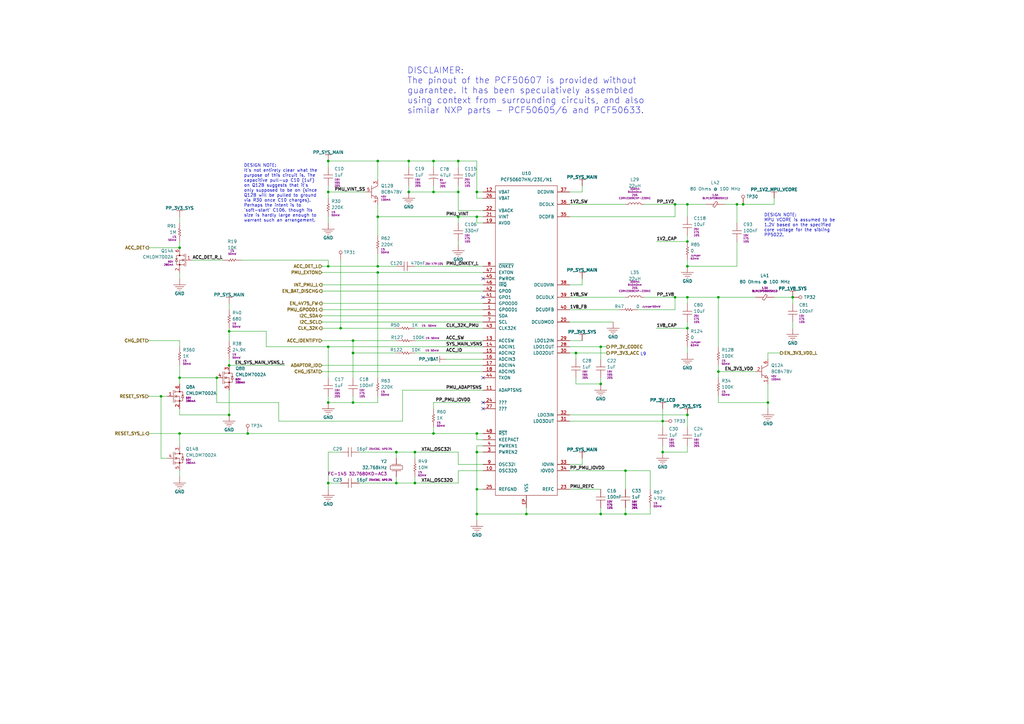
<source format=kicad_sch>
(kicad_sch (version 20231120) (generator "eeschema") (generator_version "8.0")
  (paper "A3")
  (title_block (title "iPod Video Main Board") (date "2025-04-19") (rev "A") (comment 1 "820-1975") (comment 2 "A"))
  (junction (at 101.6 177.8))
  (junction (at 170.18 185.42))
  (junction (at 314.96 165.1))
  (junction (at 246.38 157.48))
  (junction (at 187.96 66.04))
  (junction (at 187.96 78.74))
  (junction (at 134.62 66.04))
  (junction (at 167.64 78.74))
  (junction (at 281.94 99.06))
  (junction (at 195.58 200.66))
  (junction (at 246.38 142.24))
  (junction (at 139.7 134.62))
  (junction (at 170.18 198.12))
  (junction (at 281.94 134.62))
  (junction (at 256.54 193.04))
  (junction (at 281.94 109.22))
  (junction (at 195.58 185.42))
  (junction (at 177.8 66.04))
  (junction (at 187.96 88.9))
  (junction (at 134.62 78.74))
  (junction (at 93.98 170.18))
  (junction (at 246.38 210.82))
  (junction (at 302.26 83.82))
  (junction (at 281.94 121.92))
  (junction (at 93.98 149.86))
  (junction (at 73.66 101.6))
  (junction (at 88.9 154.94))
  (junction (at 294.64 121.92))
  (junction (at 304.8 83.82))
  (junction (at 195.58 210.82))
  (junction (at 256.54 210.82))
  (junction (at 236.22 144.78))
  (junction (at 154.94 66.04))
  (junction (at 134.62 198.12))
  (junction (at 281.94 83.82))
  (junction (at 281.94 170.18))
  (junction (at 93.98 135.89))
  (junction (at 177.8 177.8))
  (junction (at 294.64 152.4))
  (junction (at 215.9 210.82))
  (junction (at 73.66 177.8))
  (junction (at 144.78 144.78))
  (junction (at 276.86 83.82))
  (junction (at 73.66 154.94))
  (junction (at 167.64 66.04))
  (junction (at 144.78 139.7))
  (junction (at 154.94 111.76))
  (junction (at 134.62 109.22))
  (junction (at 162.56 185.42))
  (junction (at 154.94 109.22))
  (junction (at 144.78 165.1))
  (junction (at 66.04 162.56))
  (junction (at 177.8 78.74))
  (junction (at 134.62 142.24))
  (junction (at 154.94 88.9))
  (junction (at 134.62 165.1))
  (junction (at 162.56 198.12))
  (junction (at 195.58 88.9))
  (junction (at 271.78 185.42))
  (junction (at 276.86 121.92))
  (junction (at 325.12 121.92))
  (junction (at 271.78 172.72))
  (junction (at 195.58 78.74))
  (junction (at 195.58 177.8))
  (no_connect (at 198.12 121.92))
  (no_connect (at 198.12 167.64))
  (no_connect (at 198.12 114.3))
  (no_connect (at 198.12 165.1))
  (no_connect (at 198.12 154.94))
  (wire (pts (xy 66.04 162.56) (xy 66.04 187.96)))
  (wire (pts (xy 269.24 99.06) (xy 281.94 99.06)))
  (wire (pts (xy 276.86 127) (xy 276.86 121.92)))
  (wire (pts (xy 93.98 127) (xy 93.98 124.46)))
  (wire (pts (xy 195.58 91.44) (xy 198.12 91.44)))
  (wire (pts (xy 195.58 88.9) (xy 195.58 91.44)))
  (wire (pts (xy 154.94 73.66) (xy 154.94 66.04)))
  (wire (pts (xy 73.66 177.8) (xy 73.66 182.88)))
  (wire (pts (xy 215.9 210.82) (xy 215.9 208.28)))
  (wire (pts (xy 60.96 177.8) (xy 73.66 177.8)))
  (wire (pts (xy 233.68 170.18) (xy 281.94 170.18)))
  (wire (pts (xy 134.62 165.1) (xy 144.78 165.1)))
  (wire (pts (xy 66.04 187.96) (xy 68.58 187.96)))
  (wire (pts (xy 238.76 78.74) (xy 233.68 78.74)))
  (wire (pts (xy 91.44 106.68) (xy 78.74 106.68)))
  (wire (pts (xy 281.94 132.08) (xy 281.94 134.62)))
  (wire (pts (xy 325.12 132.08) (xy 325.12 134.62)))
  (wire (pts (xy 162.56 139.7) (xy 144.78 139.7)))
  (wire (pts (xy 195.58 200.66) (xy 198.12 200.66)))
  (wire (pts (xy 314.96 144.78) (xy 320.04 144.78)))
  (wire (pts (xy 294.64 121.92) (xy 309.88 121.92)))
  (wire (pts (xy 233.68 172.72) (xy 271.78 172.72)))
  (wire (pts (xy 88.9 154.94) (xy 88.9 165.1)))
  (wire (pts (xy 281.94 83.82) (xy 289.56 83.82)))
  (wire (pts (xy 139.7 134.62) (xy 162.56 134.62)))
  (wire (pts (xy 167.64 68.58) (xy 167.64 66.04)))
  (wire (pts (xy 238.76 190.5) (xy 233.68 190.5)))
  (wire (pts (xy 236.22 144.78) (xy 248.92 144.78)))
  (wire (pts (xy 177.8 76.2) (xy 177.8 78.74)))
  (wire (pts (xy 281.94 106.68) (xy 281.94 109.22)))
  (wire (pts (xy 170.18 185.42) (xy 170.18 187.96)))
  (wire (pts (xy 271.78 172.72) (xy 271.78 175.26)))
  (wire (pts (xy 238.76 76.2) (xy 238.76 78.74)))
  (wire (pts (xy 154.94 111.76) (xy 198.12 111.76)))
  (wire (pts (xy 233.68 142.24) (xy 246.38 142.24)))
  (wire (pts (xy 170.18 109.22) (xy 198.12 109.22)))
  (wire (pts (xy 154.94 88.9) (xy 154.94 96.52)))
  (wire (pts (xy 154.94 66.04) (xy 167.64 66.04)))
  (wire (pts (xy 187.96 190.5) (xy 187.96 185.42)))
  (wire (pts (xy 195.58 81.28) (xy 198.12 81.28)))
  (wire (pts (xy 73.66 101.6) (xy 60.96 101.6)))
  (wire (pts (xy 147.32 198.12) (xy 162.56 198.12)))
  (wire (pts (xy 187.96 193.04) (xy 187.96 198.12)))
  (wire (pts (xy 144.78 139.7) (xy 144.78 144.78)))
  (wire (pts (xy 238.76 139.7) (xy 233.68 139.7)))
  (wire (pts (xy 73.66 193.04) (xy 73.66 195.58)))
  (wire (pts (xy 187.96 88.9) (xy 195.58 88.9)))
  (wire (pts (xy 162.56 195.58) (xy 162.56 198.12)))
  (wire (pts (xy 177.8 66.04) (xy 187.96 66.04)))
  (wire (pts (xy 325.12 121.92) (xy 325.12 124.46)))
  (wire (pts (xy 134.62 198.12) (xy 134.62 200.66)))
  (wire (pts (xy 73.66 111.76) (xy 73.66 114.3)))
  (wire (pts (xy 170.18 195.58) (xy 170.18 198.12)))
  (wire (pts (xy 162.56 185.42) (xy 162.56 187.96)))
  (wire (pts (xy 187.96 198.12) (xy 170.18 198.12)))
  (wire (pts (xy 246.38 210.82) (xy 256.54 210.82)))
  (wire (pts (xy 73.66 154.94) (xy 88.9 154.94)))
  (wire (pts (xy 154.94 88.9) (xy 187.96 88.9)))
  (wire (pts (xy 281.94 142.24) (xy 281.94 144.78)))
  (wire (pts (xy 132.08 129.54) (xy 198.12 129.54)))
  (wire (pts (xy 195.58 213.36) (xy 195.58 210.82)))
  (wire (pts (xy 195.58 185.42) (xy 195.58 200.66)))
  (wire (pts (xy 281.94 121.92) (xy 281.94 124.46)))
  (wire (pts (xy 73.66 99.06) (xy 73.66 101.6)))
  (wire (pts (xy 73.66 154.94) (xy 73.66 157.48)))
  (wire (pts (xy 195.58 185.42) (xy 198.12 185.42)))
  (wire (pts (xy 162.56 185.42) (xy 170.18 185.42)))
  (wire (pts (xy 294.64 152.4) (xy 294.64 154.94)))
  (wire (pts (xy 177.8 66.04) (xy 177.8 68.58)))
  (wire (pts (xy 93.98 135.89) (xy 93.98 139.7)))
  (wire (pts (xy 266.7 208.28) (xy 266.7 210.82)))
  (wire (pts (xy 162.56 198.12) (xy 170.18 198.12)))
  (wire (pts (xy 233.68 144.78) (xy 236.22 144.78)))
  (wire (pts (xy 195.58 177.8) (xy 195.58 180.34)))
  (wire (pts (xy 198.12 180.34) (xy 195.58 180.34)))
  (wire (pts (xy 132.08 111.76) (xy 154.94 111.76)))
  (wire (pts (xy 144.78 162.56) (xy 144.78 165.1)))
  (wire (pts (xy 281.94 182.88) (xy 281.94 185.42)))
  (wire (pts (xy 139.7 185.42) (xy 134.62 185.42)))
  (wire (pts (xy 132.08 116.84) (xy 198.12 116.84)))
  (wire (pts (xy 281.94 121.92) (xy 294.64 121.92)))
  (wire (pts (xy 144.78 165.1) (xy 154.94 165.1)))
  (wire (pts (xy 294.64 165.1) (xy 294.64 162.56)))
  (wire (pts (xy 294.64 149.86) (xy 294.64 152.4)))
  (wire (pts (xy 187.96 86.36) (xy 198.12 86.36)))
  (wire (pts (xy 266.7 200.66) (xy 266.7 193.04)))
  (wire (pts (xy 187.96 193.04) (xy 198.12 193.04)))
  (wire (pts (xy 236.22 154.94) (xy 236.22 157.48)))
  (wire (pts (xy 134.62 76.2) (xy 134.62 78.74)))
  (wire (pts (xy 187.96 76.2) (xy 187.96 78.74)))
  (wire (pts (xy 60.96 139.7) (xy 73.66 139.7)))
  (wire (pts (xy 195.58 210.82) (xy 215.9 210.82)))
  (wire (pts (xy 165.1 160.02) (xy 165.1 172.72)))
  (wire (pts (xy 132.08 134.62) (xy 139.7 134.62)))
  (wire (pts (xy 114.3 165.1) (xy 114.3 172.72)))
  (wire (pts (xy 154.94 109.22) (xy 162.56 109.22)))
  (wire (pts (xy 132.08 119.38) (xy 198.12 119.38)))
  (wire (pts (xy 314.96 157.48) (xy 314.96 165.1)))
  (wire (pts (xy 276.86 83.82) (xy 276.86 88.9)))
  (wire (pts (xy 314.96 144.78) (xy 314.96 147.32)))
  (wire (pts (xy 109.22 142.24) (xy 134.62 142.24)))
  (wire (pts (xy 73.66 177.8) (xy 101.6 177.8)))
  (wire (pts (xy 170.18 144.78) (xy 198.12 144.78)))
  (wire (pts (xy 132.08 132.08) (xy 198.12 132.08)))
  (wire (pts (xy 88.9 165.1) (xy 114.3 165.1)))
  (wire (pts (xy 154.94 83.82) (xy 154.94 88.9)))
  (wire (pts (xy 281.94 96.52) (xy 281.94 99.06)))
  (wire (pts (xy 302.26 83.82) (xy 304.8 83.82)))
  (wire (pts (xy 134.62 88.9) (xy 134.62 91.44)))
  (wire (pts (xy 99.06 106.68) (xy 134.62 106.68)))
  (wire (pts (xy 134.62 165.1) (xy 134.62 162.56)))
  (wire (pts (xy 266.7 193.04) (xy 256.54 193.04)))
  (wire (pts (xy 294.64 142.24) (xy 294.64 121.92)))
  (wire (pts (xy 233.68 127) (xy 254 127)))
  (wire (pts (xy 302.26 99.06) (xy 302.26 109.22)))
  (wire (pts (xy 132.08 124.46) (xy 198.12 124.46)))
  (wire (pts (xy 167.64 76.2) (xy 167.64 78.74)))
  (wire (pts (xy 132.08 109.22) (xy 134.62 109.22)))
  (wire (pts (xy 73.66 149.86) (xy 73.66 154.94)))
  (wire (pts (xy 132.08 152.4) (xy 198.12 152.4)))
  (wire (pts (xy 154.94 66.04) (xy 134.62 66.04)))
  (wire (pts (xy 109.22 135.89) (xy 109.22 142.24)))
  (wire (pts (xy 187.96 190.5) (xy 198.12 190.5)))
  (wire (pts (xy 256.54 208.28) (xy 256.54 210.82)))
  (wire (pts (xy 101.6 177.8) (xy 177.8 177.8)))
  (wire (pts (xy 132.08 149.86) (xy 198.12 149.86)))
  (wire (pts (xy 304.8 83.82) (xy 317.5 83.82)))
  (wire (pts (xy 134.62 142.24) (xy 134.62 154.94)))
  (wire (pts (xy 114.3 172.72) (xy 165.1 172.72)))
  (wire (pts (xy 187.96 99.06) (xy 187.96 100.33)))
  (wire (pts (xy 271.78 185.42) (xy 271.78 182.88)))
  (wire (pts (xy 93.98 134.62) (xy 93.98 135.89)))
  (wire (pts (xy 236.22 157.48) (xy 246.38 157.48)))
  (wire (pts (xy 167.64 66.04) (xy 177.8 66.04)))
  (wire (pts (xy 187.96 66.04) (xy 195.58 66.04)))
  (wire (pts (xy 251.46 132.08) (xy 233.68 132.08)))
  (wire (pts (xy 238.76 114.3) (xy 238.76 116.84)))
  (wire (pts (xy 170.18 134.62) (xy 198.12 134.62)))
  (wire (pts (xy 256.54 193.04) (xy 256.54 200.66)))
  (wire (pts (xy 139.7 106.68) (xy 139.7 134.62)))
  (wire (pts (xy 73.66 170.18) (xy 73.66 167.64)))
  (wire (pts (xy 154.94 111.76) (xy 154.94 154.94)))
  (wire (pts (xy 261.62 127) (xy 276.86 127)))
  (wire (pts (xy 177.8 177.8) (xy 195.58 177.8)))
  (wire (pts (xy 170.18 139.7) (xy 198.12 139.7)))
  (wire (pts (xy 297.18 83.82) (xy 302.26 83.82)))
  (wire (pts (xy 246.38 142.24) (xy 248.92 142.24)))
  (wire (pts (xy 281.94 109.22) (xy 302.26 109.22)))
  (wire (pts (xy 134.62 142.24) (xy 198.12 142.24)))
  (wire (pts (xy 193.04 165.1) (xy 177.8 165.1)))
  (wire (pts (xy 233.68 200.66) (xy 246.38 200.66)))
  (wire (pts (xy 182.88 147.32) (xy 198.12 147.32)))
  (wire (pts (xy 281.94 170.18) (xy 281.94 175.26)))
  (wire (pts (xy 134.62 106.68) (xy 134.62 109.22)))
  (wire (pts (xy 233.68 88.9) (xy 276.86 88.9)))
  (wire (pts (xy 147.32 185.42) (xy 162.56 185.42)))
  (wire (pts (xy 236.22 144.78) (xy 236.22 147.32)))
  (wire (pts (xy 132.08 139.7) (xy 144.78 139.7)))
  (wire (pts (xy 154.94 104.14) (xy 154.94 109.22)))
  (wire (pts (xy 233.68 193.04) (xy 256.54 193.04)))
  (wire (pts (xy 68.58 162.56) (xy 66.04 162.56)))
  (wire (pts (xy 187.96 68.58) (xy 187.96 66.04)))
  (wire (pts (xy 269.24 134.62) (xy 281.94 134.62)))
  (wire (pts (xy 73.66 88.9) (xy 73.66 91.44)))
  (wire (pts (xy 195.58 66.04) (xy 195.58 78.74)))
  (wire (pts (xy 314.96 165.1) (xy 314.96 167.64)))
  (wire (pts (xy 271.78 167.64) (xy 271.78 172.72)))
  (wire (pts (xy 198.12 182.88) (xy 195.58 182.88)))
  (wire (pts (xy 170.18 185.42) (xy 187.96 185.42)))
  (wire (pts (xy 93.98 160.02) (xy 93.98 170.18)))
  (wire (pts (xy 134.62 109.22) (xy 154.94 109.22)))
  (wire (pts (xy 177.8 175.26) (xy 177.8 177.8)))
  (wire (pts (xy 264.16 121.92) (xy 276.86 121.92)))
  (wire (pts (xy 276.86 83.82) (xy 281.94 83.82)))
  (wire (pts (xy 233.68 83.82) (xy 256.54 83.82)))
  (wire (pts (xy 195.58 78.74) (xy 198.12 78.74)))
  (wire (pts (xy 167.64 78.74) (xy 177.8 78.74)))
  (wire (pts (xy 246.38 142.24) (xy 246.38 147.32)))
  (wire (pts (xy 93.98 149.86) (xy 116.84 149.86)))
  (wire (pts (xy 187.96 88.9) (xy 187.96 91.44)))
  (wire (pts (xy 195.58 177.8) (xy 198.12 177.8)))
  (wire (pts (xy 134.62 78.74) (xy 134.62 81.28)))
  (wire (pts (xy 93.98 135.89) (xy 109.22 135.89)))
  (wire (pts (xy 134.62 66.04) (xy 134.62 68.58)))
  (wire (pts (xy 132.08 127) (xy 198.12 127)))
  (wire (pts (xy 144.78 144.78) (xy 162.56 144.78)))
  (wire (pts (xy 73.66 170.18) (xy 93.98 170.18)))
  (wire (pts (xy 266.7 210.82) (xy 256.54 210.82)))
  (wire (pts (xy 264.16 83.82) (xy 276.86 83.82)))
  (wire (pts (xy 93.98 147.32) (xy 93.98 149.86)))
  (wire (pts (xy 60.96 162.56) (xy 66.04 162.56)))
  (wire (pts (xy 271.78 185.42) (xy 281.94 185.42)))
  (wire (pts (xy 233.68 121.92) (xy 256.54 121.92)))
  (wire (pts (xy 134.62 198.12) (xy 139.7 198.12)))
  (wire (pts (xy 317.5 81.28) (xy 317.5 83.82)))
  (wire (pts (xy 154.94 162.56) (xy 154.94 165.1)))
  (wire (pts (xy 246.38 157.48) (xy 246.38 154.94)))
  (wire (pts (xy 215.9 210.82) (xy 246.38 210.82)))
  (wire (pts (xy 134.62 78.74) (xy 149.86 78.74)))
  (wire (pts (xy 195.58 81.28) (xy 195.58 78.74)))
  (wire (pts (xy 238.76 116.84) (xy 233.68 116.84)))
  (wire (pts (xy 73.66 139.7) (xy 73.66 142.24)))
  (wire (pts (xy 309.88 152.4) (xy 294.64 152.4)))
  (wire (pts (xy 314.96 165.1) (xy 294.64 165.1)))
  (wire (pts (xy 195.58 200.66) (xy 195.58 210.82)))
  (wire (pts (xy 187.96 78.74) (xy 187.96 86.36)))
  (wire (pts (xy 246.38 210.82) (xy 246.38 208.28)))
  (wire (pts (xy 134.62 185.42) (xy 134.62 198.12)))
  (wire (pts (xy 302.26 91.44) (xy 302.26 83.82)))
  (wire (pts (xy 198.12 88.9) (xy 195.58 88.9)))
  (wire (pts (xy 144.78 144.78) (xy 144.78 154.94)))
  (wire (pts (xy 317.5 121.92) (xy 325.12 121.92)))
  (wire (pts (xy 238.76 187.96) (xy 238.76 190.5)))
  (wire (pts (xy 276.86 121.92) (xy 281.94 121.92)))
  (wire (pts (xy 165.1 160.02) (xy 198.12 160.02)))
  (wire (pts (xy 195.58 182.88) (xy 195.58 185.42)))
  (wire (pts (xy 281.94 83.82) (xy 281.94 88.9)))
  (wire (pts (xy 177.8 78.74) (xy 187.96 78.74)))
  (wire (pts (xy 177.8 165.1) (xy 177.8 167.64)))
  (text_box "DESIGN NOTE:\nMPU VCORE is assumed to be 1.2V based on the specified core voltage for the sibling PP5022." (at 312.42 86.36 0) (size 33.02 10.16) (stroke (width -0.0001)) (effects (font (size 1.27 1.27)) (justify left top)))
  (text_box "DISCLAIMER:\nThe pinout of the PCF50607 is provided without guarantee. It has been speculatively assembled using context from surrounding circuits, and also similar NXP parts - PCF50605/6 and PCF50633." (at 165.1 25.4 0) (size 101.6 25.4) (stroke (width -0.0001)) (effects (font (size 2.54 2.54)) (justify left top)))
  (text_box "DESIGN NOTE:\nIt's not entirely clear what the purpose of this circuit is. The capacitive pull-up C10 (${d1baf42f-4497-4fa0-8cc6-ff518f87c252:VALUE}) on Q12B suggests that it's only supposed to be on (since Q12B will be pulled to ground via R30 once C10 charges). Perhaps the intent is to 'soft-start' C106, though its size is hardly large enough to warrant such an arrangement." (at 99.06 66.04 0) (size 33.02 25.4) (stroke (width -0.0001)) (effects (font (size 1.27 1.27)) (justify left top)))
  (text "L9" (at 262.636 146.05 0) (effects (font (size 1.27 1.27)) (justify left bottom)))
  (label "PMU_VINT" (at 182.88 88.9 0) (effects (font (thickness 0.254) (bold yes))))
  (label "EN_3V3_VDD" (at 297.18 152.4 0) (effects (font (thickness 0.254) (bold yes))))
  (label "XTAL_OSC32I" (at 172.72 185.42 0) (effects (font (thickness 0.254) (bold yes))))
  (label "PMU_VINT_SS" (at 137.16 78.74 0) (effects (font (thickness 0.254) (bold yes))))
  (label "XTAL_OSC32O" (at 172.72 198.12 0) (effects (font (thickness 0.254) (bold yes))))
  (label "1V2_CAP" (at 269.24 99.06 0) (effects (font (thickness 0.254) (bold yes))))
  (label "EN_SYS_MAIN_VSNS_L" (at 116.84 149.86 180) (effects (font (thickness 0.254) (bold yes))))
  (label "PMU_ADAPTSNS" (at 182.88 160.02 0) (effects (font (thickness 0.254) (bold yes))))
  (label "1V8_CAP" (at 269.24 134.62 0) (effects (font (thickness 0.254) (bold yes))))
  (label "PP_PMU_IOVDD" (at 233.68 193.04 0) (effects (font (thickness 0.254) (bold yes))))
  (label "1V8_SW" (at 233.68 121.92 0) (effects (font (thickness 0.254) (bold yes))))
  (label "PMU_ONKEY_L" (at 182.88 109.22 0) (effects (font (thickness 0.254) (bold yes))))
  (label "CLK_32K_PMU" (at 182.88 134.62 0) (effects (font (thickness 0.254) (bold yes))))
  (label "ACC_ID" (at 182.88 144.78 0) (effects (font (thickness 0.254) (bold yes))))
  (label "PP_PMU_IOVDD" (at 193.04 165.1 180) (effects (font (thickness 0.254) (bold yes))))
  (label "SYS_MAIN_VSNS" (at 182.88 142.24 0) (effects (font (thickness 0.254) (bold yes))))
  (label "PP_1V8" (at 269.24 121.92 0) (effects (font (thickness 0.254) (bold yes))))
  (label "PMU_REFC" (at 233.68 200.66 0) (effects (font (thickness 0.254) (bold yes))))
  (label "1V8_FB" (at 233.68 127 0) (effects (font (thickness 0.254) (bold yes))))
  (label "ACC_SW" (at 182.88 139.7 0) (effects (font (thickness 0.254) (bold yes))))
  (label "PP_1V2" (at 269.24 83.82 0) (effects (font (thickness 0.254) (bold yes))))
  (label "ACC_DET_R_L" (at 91.44 106.68 180) (effects (font (thickness 0.254) (bold yes))))
  (label "1V2_SW" (at 233.68 83.82 0) (effects (font (thickness 0.254) (bold yes))))
  (hierarchical_label "ACC_DET_L" (shape input) (at 132.08 109.22 180) (effects (font (bold yes))))
  (hierarchical_label "EN_BAT_DISCHG" (shape output) (at 132.08 119.38 180) (effects (font (thickness 0.254) (bold yes))))
  (hierarchical_label "EN_3V3_VDD_L" (shape output) (at 320.04 144.78 0) (effects (font (thickness 0.254) (bold yes))))
  (hierarchical_label "I2C_SDA" (shape bidirectional) (at 132.08 129.54 180) (effects (font (thickness 0.254) (bold yes))))
  (hierarchical_label "PMU_GPOOD1" (shape output) (at 132.08 127 180) (effects (font (thickness 0.254) (bold yes))))
  (hierarchical_label "PP_3V3_ACC" (shape output) (at 248.92 144.78 0) (effects (font (thickness 0.254) (bold yes))))
  (hierarchical_label "INT_PMU_L" (shape output) (at 132.08 116.84 180) (effects (font (thickness 0.254) (bold yes))))
  (hierarchical_label "PP_3V_CODEC" (shape output) (at 248.92 142.24 0) (effects (font (thickness 0.254) (bold yes))))
  (hierarchical_label "CHG_DET" (shape input) (at 60.96 139.7 180) (effects (font (bold yes))))
  (hierarchical_label "CHG_ISTAT" (shape input) (at 132.08 152.4 180) (effects (font (thickness 0.254) (bold yes))))
  (hierarchical_label "ACC_DET" (shape output) (at 60.96 101.6 180) (effects (font (bold yes))))
  (hierarchical_label "RESET_SYS_L" (shape output) (at 60.96 177.8 180) (effects (font (bold yes))))
  (hierarchical_label "I2C_SCL" (shape input) (at 132.08 132.08 180) (effects (font (thickness 0.254) (bold yes))))
  (hierarchical_label "ADAPTOR_ID" (shape input) (at 132.08 149.86 180) (effects (font (bold yes))))
  (hierarchical_label "RESET_SYS" (shape input) (at 60.96 162.56 180) (effects (font (bold yes))))
  (hierarchical_label "CLK_32K" (shape output) (at 132.08 134.62 180) (effects (font (thickness 0.254) (bold yes))))
  (hierarchical_label "ACC_IDENTIFY" (shape input) (at 132.08 139.7 180) (effects (font (bold yes))))
  (hierarchical_label "EN_4V75_FW" (shape output) (at 132.08 124.46 180) (effects (font (thickness 0.254) (bold yes))))
  (hierarchical_label "PMU_EXTON" (shape input) (at 132.08 111.76 180) (effects (font (bold yes))))
  (symbol (lib_id "820-1975_Symbols:VCC") (at 281.94 170.18 0) (unit 1) (in_bom no) (on_board no)
    (property "Reference" "#PWR0126" (effects (hide yes)))
    (property "Value" "PP_3V3_SYS" (at 281.94 166.624 0) (effects (font (bold yes))))
    (property "Description" "Power Port Symbol" (effects (hide yes)))
  )
  (symbol (lib_id "820-1975:Capacitors-0402/CAP-0402-000004") (at 187.96 91.44 0) (unit 1)
    (property "Reference" "C106" (at 190.5 92.075 0) (effects (justify left)))
    (property "Value" "330nF" (at 190.5 94.615 0) (effects (justify left)))
    (property "Footprint" "820-1975_Footprints:MLCC-0402" (effects (hide yes)))
    (property "Voltage" "16V" (at 190.5 96.52 0) (effects (font (size 0.762 0.762)) (justify left)))
    (property "Dielectric" "X7S" (at 190.5 97.79 0) (effects (font (size 0.762 0.762)) (justify left)))
    (property "Tolerance" "10%" (at 190.5 99.06 0) (effects (font (size 0.762 0.762)) (justify left)))
    (property "Manufacturer" "TDK Corporation" (effects (hide yes)))
    (property "Manufacturer Part Number" "CGA2B1X7S1C334K050BC" (effects (hide yes)))
  )
  (symbol (lib_id "820-1975_Symbols:GND") (at 251.46 132.08 0) (unit 1) (in_bom no) (on_board no)
    (property "Reference" "#PWR038" (effects (hide yes)))
    (property "Value" "GND" (at 251.46 138.176 0) (effects (font (bold yes))))
    (property "Description" "Ground Symbol" (effects (hide yes)))
  )
  (symbol (lib_id "820-1975:Capacitors-0201/CAP-0201-000006") (at 144.78 154.94 0) (unit 1)
    (property "Reference" "C18" (at 147.32 155.575 0) (effects (justify left)))
    (property "Value" "100nF" (at 147.32 158.115 0) (effects (justify left)))
    (property "Footprint" "820-1975_Footprints:MLCC-0201" (effects (hide yes)))
    (property "Voltage" "10V" (at 147.32 160.02 0) (effects (font (size 0.762 0.762)) (justify left)))
    (property "Dielectric" "X7S" (at 147.32 161.29 0) (effects (font (size 0.762 0.762)) (justify left)))
    (property "Tolerance" "10%" (at 147.32 162.56 0) (effects (font (size 0.762 0.762)) (justify left)))
    (property "Manufacturer" "Murata" (effects (hide yes)))
    (property "Manufacturer Part Number" "GRM033C71A104KE14D" (effects (hide yes)))
  )
  (symbol (lib_id "820-1975_Symbols:GND") (at 271.78 185.42 0) (unit 1) (in_bom no) (on_board no)
    (property "Reference" "#PWR058" (effects (hide yes)))
    (property "Value" "GND" (at 271.78 191.516 0) (effects (font (bold yes))))
    (property "Description" "Ground Symbol" (effects (hide yes)))
  )
  (symbol (lib_id "820-1975_Symbols:GND") (at 167.64 78.74 0) (unit 1) (in_bom no) (on_board no)
    (property "Reference" "#PWR045" (effects (hide yes)))
    (property "Value" "GND" (at 167.64 84.836 0) (effects (font (bold yes))))
    (property "Description" "Ground Symbol" (effects (hide yes)))
  )
  (symbol (lib_id "820-1975_Symbols:GND") (at 73.66 195.58 0) (unit 1) (in_bom no) (on_board no)
    (property "Reference" "#PWR0178" (effects (hide yes)))
    (property "Value" "GND" (at 73.66 201.676 0) (effects (font (bold yes))))
    (property "Description" "Ground Symbol" (effects (hide yes)))
  )
  (symbol (lib_id "820-1975:Ferrite Beads/FB-000002") (at 309.88 121.92 0) (unit 1)
    (property "Reference" "L41" (at 313.6773 113.03 0))
    (property "Value" "80 Ohms @ 100 MHz" (at 313.6773 115.57 0))
    (property "Footprint" "820-1975_Footprints:FB-0402" (effects (hide yes)))
    (property "Datasheet" "https://www.murata.com/en-us/products/productdata/8796740059166/ENFA0018.pdf" (effects (hide yes)))
    (property "Description" "FB 80 OHM 1.5A BLM15PD800SN1D" (effects (hide yes)))
    (property "Current" "1.5A" (at 313.6773 118.11 0) (effects (font (size 0.762 0.762))))
    (property "DCR" "70mOhm" (effects (hide yes)))
    (property "Impedance" "80 Ohms @ 100 MHz" (effects (hide yes)))
    (property "Manufacturer" "Murata Electronics" (effects (hide yes)))
    (property "Manufacturer Part Number" "BLM15PD800SN1D" (at 313.6773 119.38 0) (effects (font (size 0.762 0.762))))
  )
  (symbol (lib_id "820-1975:Capacitors-0603/CAP-0603-000002") (at 162.56 109.22 90) (unit 1)
    (property "Reference" "C120" (at 162.56 107.95 90))
    (property "Value" "470nF" (at 171.45 107.95 90))
    (property "Footprint" "820-1975_Footprints:MLCC-0603" (effects (hide yes)))
    (property "Voltage" "25V" (at 175.514 108.204 90) (effects (font (size 0.762 0.762))))
    (property "Dielectric" "X7R" (at 178.054 108.204 90) (effects (font (size 0.762 0.762))))
    (property "Tolerance" "10%" (at 180.594 108.204 90) (effects (font (size 0.762 0.762))))
    (property "Manufacturer" "Murata" (effects (hide yes)))
    (property "Manufacturer Part Number" "GRM188R71E474KA12D" (effects (hide yes)))
  )
  (symbol (lib_id "820-1975:Transistors/Q-000000") (at 73.66 182.88 0) (unit 2)
    (property "Reference" "Q14" (at 76.2 184.15 0) (effects (justify left)))
    (property "Value" "CMLDM7002A" (at 76.2 186.69 0) (effects (justify left)))
    (property "Footprint" "820-1975_Footprints:SOT563" (effects (hide yes)))
    (property "Datasheet" "https://my.centralsemi.com/datasheets/CMLDM7002A.PDF" (effects (hide yes)))
    (property "Voltage" "60V" (at 76.2 188.5949 0) (effects (font (size 0.762 0.762)) (justify left)))
    (property "Current" "280mA" (at 76.2 189.8649 0) (effects (font (size 0.762 0.762)) (justify left)))
    (property "Manufacturer" "Central Semiconductor Corp" (effects (hide yes)))
    (property "Manufacturer Part Number" "CMLDM7002A" (effects (hide yes)))
    (property "Type" "NCH-DUAL" (effects (hide yes)))
  )
  (symbol (lib_id "820-1975:Resistors-0402/RES-0402-000000") (at 281.94 99.06 0) (unit 1)
    (property "Reference" "R85" (at 283.21 100.33 0) (effects (justify left)))
    (property "Value" "0" (at 283.21 102.87 0) (effects (justify left)))
    (property "Footprint" "820-1975_Footprints:RES-0402" (effects (hide yes)))
    (property "Tolerance" "Jumper" (at 283.21 104.775 0) (effects (font (size 0.762 0.762)) (justify left)))
    (property "Power" "63mW" (at 283.21 106.045 0) (effects (font (size 0.762 0.762)) (justify left)))
    (property "Manufacturer" "Vishay Dale" (effects (hide yes)))
    (property "Manufacturer Part Number" "CRCW04020000Z0ED" (effects (hide yes)))
  )
  (symbol (lib_id "820-1975:Capacitors-0402/CAP-0402-000005") (at 256.54 200.66 0) (unit 1)
    (property "Reference" "C33" (at 259.08 201.295 0) (effects (justify left)))
    (property "Value" "1uF" (at 259.08 203.835 0) (effects (justify left)))
    (property "Footprint" "820-1975_Footprints:MLCC-0402" (effects (hide yes)))
    (property "Voltage" "16V" (at 259.08 205.74 0) (effects (font (size 0.762 0.762)) (justify left)))
    (property "Dielectric" "X6S" (at 259.08 207.01 0) (effects (font (size 0.762 0.762)) (justify left)))
    (property "Tolerance" "20%" (at 259.08 208.28 0) (effects (font (size 0.762 0.762)) (justify left)))
    (property "Manufacturer" "Murata" (effects (hide yes)))
    (property "Manufacturer Part Number" "GRM155C81C105ME11J" (effects (hide yes)))
  )
  (symbol (lib_id "820-1975:Capacitors-0402/CAP-0402-000005") (at 134.62 154.94 0) (unit 1)
    (property "Reference" "C17" (at 137.16 155.575 0) (effects (justify left)))
    (property "Value" "1uF" (at 137.16 158.115 0) (effects (justify left)))
    (property "Footprint" "820-1975_Footprints:MLCC-0402" (effects (hide yes)))
    (property "Voltage" "16V" (at 137.16 160.02 0) (effects (font (size 0.762 0.762)) (justify left)))
    (property "Dielectric" "X6S" (at 137.16 161.29 0) (effects (font (size 0.762 0.762)) (justify left)))
    (property "Tolerance" "20%" (at 137.16 162.56 0) (effects (font (size 0.762 0.762)) (justify left)))
    (property "Manufacturer" "Murata" (effects (hide yes)))
    (property "Manufacturer Part Number" "GRM155C81C105ME11J" (effects (hide yes)))
  )
  (symbol (lib_id "820-1975_Symbols:GND") (at 314.96 167.64 0) (unit 1) (in_bom no) (on_board no)
    (property "Reference" "#PWR041" (effects (hide yes)))
    (property "Value" "GND" (at 314.96 173.736 0) (effects (font (bold yes))))
    (property "Description" "Ground Symbol" (effects (hide yes)))
  )
  (symbol (lib_id "820-1975_Symbols:VCC") (at 238.76 76.2 0) (unit 1) (in_bom no) (on_board no)
    (property "Reference" "#PWR0145" (effects (hide yes)))
    (property "Value" "PP_SYS_MAIN" (at 238.76 72.644 0) (effects (font (bold yes))))
    (property "Description" "Power Port Symbol" (effects (hide yes)))
  )
  (symbol (lib_id "820-1975:Capacitors-Other/CAP-OTHER-000003") (at 177.8 68.58 0) (unit 1)
    (property "Reference" "C78" (at 180.34 69.4055 0) (effects (justify left)))
    (property "Value" "47uF" (at 180.34 71.9455 0) (effects (justify left)))
    (property "Footprint" "820-1975_Footprints:KEMET-T490T" (effects (hide yes)))
    (property "Voltage" "6V" (at 180.34 73.8505 0) (effects (font (size 0.762 0.762)) (justify left)))
    (property "Type" "TANT" (at 180.34 75.1205 0) (effects (font (size 0.762 0.762)) (justify left)))
    (property "Tolerance" "20%" (at 180.34 76.3905 0) (effects (font (size 0.762 0.762)) (justify left)))
    (property "Manufacturer" "KEMET" (effects (hide yes)))
    (property "Manufacturer Part Number" "T490T476M006ATE800" (effects (hide yes)))
  )
  (symbol (lib_id "820-1975:ICs/IC-000008") (at 203.2 76.2 0) (unit 1)
    (property "Reference" "U10" (at 215.9 71.12 0))
    (property "Value" "PCF50607HN/23E/N1" (at 215.9 73.66 0))
    (property "Footprint" "820-1975_Footprints:VQFN-48-0.4" (effects (hide yes)))
    (property "Description" "IC PMU PCF50607HN" (effects (hide yes)))
    (property "Manufacturer" "Philips Semiconductors" (effects (hide yes)))
    (property "Manufacturer Part Number" "PCF50607HN/23E/N1" (effects (hide yes)))
  )
  (symbol (lib_id "820-1975:Resistors-0201/RES-0201-000036") (at 266.7 200.66 0) (unit 1)
    (property "Reference" "R67" (at 267.97 201.93 0) (effects (justify left)))
    (property "Value" "470K" (at 267.97 204.47 0) (effects (justify left)))
    (property "Footprint" "820-1975_Footprints:RES-0201" (effects (hide yes)))
    (property "Tolerance" "1%" (at 267.97 206.375 0) (effects (font (size 0.762 0.762)) (justify left)))
    (property "Power" "50mW" (at 267.97 207.645 0) (effects (font (size 0.762 0.762)) (justify left)))
    (property "Manufacturer" "Vishay Dale" (effects (hide yes)))
    (property "Manufacturer Part Number" "CRCW0201470KFNED" (effects (hide yes)))
  )
  (symbol (lib_id "820-1975:PCB Components/TP-000000") (at 271.78 172.72 270) (unit 1)
    (property "Reference" "TP33" (at 276.352 172.72 90) (effects (justify left)))
    (property "Value" "TP" (effects (hide yes)))
    (property "Footprint" "820-1975_Footprints:TP-SMT" (effects (hide yes)))
    (property "Description" "TESTPOINT SMT" (effects (hide yes)))
  )
  (symbol (lib_id "820-1975_Symbols:VCC") (at 238.76 114.3 0) (unit 1) (in_bom no) (on_board no)
    (property "Reference" "#PWR0146" (effects (hide yes)))
    (property "Value" "PP_SYS_MAIN" (at 238.76 110.744 0) (effects (font (bold yes))))
    (property "Description" "Power Port Symbol" (effects (hide yes)))
  )
  (symbol (lib_id "820-1975:Transistors/Q-000000") (at 73.66 101.6 0) (mirror y) (unit 1)
    (property "Reference" "Q14" (at 71.12 102.87 0) (effects (justify left)))
    (property "Value" "CMLDM7002A" (at 71.12 105.41 0) (effects (justify left)))
    (property "Footprint" "820-1975_Footprints:SOT563" (effects (hide yes)))
    (property "Datasheet" "https://my.centralsemi.com/datasheets/CMLDM7002A.PDF" (effects (hide yes)))
    (property "Voltage" "60V" (at 71.12 107.3149 0) (effects (font (size 0.762 0.762)) (justify left)))
    (property "Current" "280mA" (at 71.12 108.5849 0) (effects (font (size 0.762 0.762)) (justify left)))
    (property "Manufacturer" "Central Semiconductor Corp" (effects (hide yes)))
    (property "Manufacturer Part Number" "CMLDM7002A" (effects (hide yes)))
    (property "Type" "NCH-DUAL" (effects (hide yes)))
  )
  (symbol (lib_id "820-1975:Resistors-0201/RES-0201-000033") (at 134.62 81.28 0) (unit 1)
    (property "Reference" "R30" (at 135.89 82.55 0) (effects (justify left)))
    (property "Value" "220K" (at 135.89 85.09 0) (effects (justify left)))
    (property "Footprint" "820-1975_Footprints:RES-0201" (effects (hide yes)))
    (property "Tolerance" "1%" (at 135.89 86.995 0) (effects (font (size 0.762 0.762)) (justify left)))
    (property "Power" "50mW" (at 135.89 88.265 0) (effects (font (size 0.762 0.762)) (justify left)))
    (property "Manufacturer" "Vishay Dale" (effects (hide yes)))
    (property "Manufacturer Part Number" "CRCW0201220KFNED" (effects (hide yes)))
  )
  (symbol (lib_id "820-1975:Transistors/Q-000003") (at 314.96 147.32 0) (unit 1)
    (property "Reference" "Q12" (at 316.23 149.86 0) (effects (justify left)))
    (property "Value" "BC847BV" (at 316.23 152.4 0) (effects (justify left)))
    (property "Footprint" "820-1975_Footprints:SOT563" (effects (hide yes)))
    (property "Datasheet" "https://assets.nexperia.com/documents/data-sheet/BC847BV.pdf" (effects (hide yes)))
    (property "Voltage" "45V" (at 316.23 154.305 0) (effects (font (size 0.762 0.762)) (justify left)))
    (property "Current" "100mA" (at 316.23 155.575 0) (effects (font (size 0.762 0.762)) (justify left)))
    (property "Manufacturer" "Nexperia USA Inc." (effects (hide yes)))
    (property "Manufacturer Part Number" "BC847BV" (effects (hide yes)))
    (property "Type" "NPN-DUAL" (effects (hide yes)))
  )
  (symbol (lib_id "820-1975:Resistors-0201/RES-0201-000012") (at 73.66 142.24 0) (unit 1)
    (property "Reference" "R360" (at 74.93 143.51 0) (effects (justify left)))
    (property "Value" "1K" (at 74.93 146.05 0) (effects (justify left)))
    (property "Footprint" "820-1975_Footprints:RES-0201" (effects (hide yes)))
    (property "Tolerance" "1%" (at 74.93 147.955 0) (effects (font (size 0.762 0.762)) (justify left)))
    (property "Power" "50mW" (at 74.93 149.225 0) (effects (font (size 0.762 0.762)) (justify left)))
    (property "Manufacturer" "Vishay Dale" (effects (hide yes)))
    (property "Manufacturer Part Number" "CRCW02011K00FNED" (effects (hide yes)))
  )
  (symbol (lib_id "820-1975_Symbols:VCC") (at 325.12 121.92 0) (unit 1) (in_bom no) (on_board no)
    (property "Reference" "#PWR0138" (effects (hide yes)))
    (property "Value" "PP_1V8_SYS" (at 325.12 118.364 0) (effects (font (bold yes))))
    (property "Description" "Power Port Symbol" (effects (hide yes)))
  )
  (symbol (lib_id "820-1975:Crystals/XTAL-000000") (at 162.56 187.96 0) (mirror y) (unit 1)
    (property "Reference" "Y2" (at 158.75 189.23 0) (effects (justify left)))
    (property "Value" "32.768kHz" (at 158.75 191.77 0) (effects (justify left)))
    (property "Footprint" "820-1975_Footprints:FC-145" (effects (hide yes)))
    (property "Datasheet" "https://mm.digikey.com/Volume0/opasdata/d220001/medias/docus/660/FC135,145.pdf" (effects (hide yes)))
    (property "Manufacturer" "EPSON" (effects (hide yes)))
    (property "Manufacturer Part Number" "FC-145 32.7680KD-AC3" (at 158.75 194.31 0) (effects (justify left)))
    (property "Tolerance" "30ppm" (effects (hide yes)))
    (property "Stability" "-" (effects (hide yes)))
    (property "Load Capacitance" "9pF" (effects (hide yes)))
  )
  (symbol (lib_id "820-1975:Resistors-0201/RES-0201-000037") (at 73.66 91.44 0) (mirror y) (unit 1)
    (property "Reference" "R91" (at 72.39 92.71 0) (effects (justify left)))
    (property "Value" "1M" (at 72.39 95.25 0) (effects (justify left)))
    (property "Footprint" "820-1975_Footprints:RES-0201" (effects (hide yes)))
    (property "Tolerance" "1%" (at 72.39 97.155 0) (effects (font (size 0.762 0.762)) (justify left)))
    (property "Power" "50mW" (at 72.39 98.425 0) (effects (font (size 0.762 0.762)) (justify left)))
    (property "Manufacturer" "Vishay Dale" (effects (hide yes)))
    (property "Manufacturer Part Number" "CRCW02011M00FNED" (effects (hide yes)))
  )
  (symbol (lib_id "820-1975_Symbols:GND") (at 73.66 114.3 0) (mirror y) (unit 1) (in_bom no) (on_board no)
    (property "Reference" "#PWR034" (effects (hide yes)))
    (property "Value" "GND" (at 73.66 120.396 0) (effects (font (bold yes))))
    (property "Description" "Ground Symbol" (effects (hide yes)))
  )
  (symbol (lib_id "820-1975:Resistors-0201/RES-0201-000011") (at 93.98 127 0) (unit 1)
    (property "Reference" "R40" (at 95.25 128.27 0) (effects (justify left)))
    (property "Value" "680" (at 95.25 130.81 0) (effects (justify left)))
    (property "Footprint" "820-1975_Footprints:RES-0201" (effects (hide yes)))
    (property "Tolerance" "1%" (at 95.25 132.715 0) (effects (font (size 0.762 0.762)) (justify left)))
    (property "Power" "50mW" (at 95.25 133.985 0) (effects (font (size 0.762 0.762)) (justify left)))
    (property "Manufacturer" "Vishay Dale" (effects (hide yes)))
    (property "Manufacturer Part Number" "CRCW0201680RFKED" (effects (hide yes)))
  )
  (symbol (lib_id "820-1975_Symbols:VCC") (at 93.98 124.46 0) (unit 1) (in_bom no) (on_board no)
    (property "Reference" "#PWR0152" (effects (hide yes)))
    (property "Value" "PP_SYS_MAIN" (at 93.98 120.904 0) (effects (font (bold yes))))
    (property "Description" "Power Port Symbol" (effects (hide yes)))
  )
  (symbol (lib_id "820-1975:Resistors-0201/RES-0201-000033") (at 154.94 96.52 0) (unit 1)
    (property "Reference" "R62" (at 156.21 97.79 0) (effects (justify left)))
    (property "Value" "220K" (at 156.21 100.33 0) (effects (justify left)))
    (property "Footprint" "820-1975_Footprints:RES-0201" (effects (hide yes)))
    (property "Tolerance" "1%" (at 156.21 102.235 0) (effects (font (size 0.762 0.762)) (justify left)))
    (property "Power" "50mW" (at 156.21 103.505 0) (effects (font (size 0.762 0.762)) (justify left)))
    (property "Manufacturer" "Vishay Dale" (effects (hide yes)))
    (property "Manufacturer Part Number" "CRCW0201220KFNED" (effects (hide yes)))
  )
  (symbol (lib_id "820-1975:Transistors/Q-000003") (at 154.94 73.66 0) (unit 2)
    (property "Reference" "Q12" (at 156.21 76.2 0) (effects (justify left)))
    (property "Value" "BC847BV" (at 156.21 78.74 0) (effects (justify left)))
    (property "Footprint" "820-1975_Footprints:SOT563" (effects (hide yes)))
    (property "Datasheet" "https://assets.nexperia.com/documents/data-sheet/BC847BV.pdf" (effects (hide yes)))
    (property "Voltage" "45V" (at 156.21 80.645 0) (effects (font (size 0.762 0.762)) (justify left)))
    (property "Current" "100mA" (at 156.21 81.915 0) (effects (font (size 0.762 0.762)) (justify left)))
    (property "Manufacturer" "Nexperia USA Inc." (effects (hide yes)))
    (property "Manufacturer Part Number" "BC847BV" (effects (hide yes)))
    (property "Type" "NPN-DUAL" (effects (hide yes)))
  )
  (symbol (lib_id "820-1975_Symbols:VCC") (at 271.78 167.64 0) (unit 1) (in_bom no) (on_board no)
    (property "Reference" "#PWR0189" (effects (hide yes)))
    (property "Value" "PP_3V_LCD" (at 271.78 164.084 0) (effects (font (bold yes))))
    (property "Description" "Power Port Symbol" (effects (hide yes)))
  )
  (symbol (lib_id "820-1975:Capacitors-0402/CAP-0402-000005") (at 236.22 147.32 0) (unit 1)
    (property "Reference" "C28" (at 238.76 147.955 0) (effects (justify left)))
    (property "Value" "1uF" (at 238.76 150.495 0) (effects (justify left)))
    (property "Footprint" "820-1975_Footprints:MLCC-0402" (effects (hide yes)))
    (property "Voltage" "16V" (at 238.76 152.4 0) (effects (font (size 0.762 0.762)) (justify left)))
    (property "Dielectric" "X6S" (at 238.76 153.67 0) (effects (font (size 0.762 0.762)) (justify left)))
    (property "Tolerance" "20%" (at 238.76 154.94 0) (effects (font (size 0.762 0.762)) (justify left)))
    (property "Manufacturer" "Murata" (effects (hide yes)))
    (property "Manufacturer Part Number" "GRM155C81C105ME11J" (effects (hide yes)))
  )
  (symbol (lib_id "820-1975:Capacitors-0402/CAP-0402-000005") (at 246.38 147.32 0) (unit 1)
    (property "Reference" "C22" (at 248.92 147.955 0) (effects (justify left)))
    (property "Value" "1uF" (at 248.92 150.495 0) (effects (justify left)))
    (property "Footprint" "820-1975_Footprints:MLCC-0402" (effects (hide yes)))
    (property "Voltage" "16V" (at 248.92 152.4 0) (effects (font (size 0.762 0.762)) (justify left)))
    (property "Dielectric" "X6S" (at 248.92 153.67 0) (effects (font (size 0.762 0.762)) (justify left)))
    (property "Tolerance" "20%" (at 248.92 154.94 0) (effects (font (size 0.762 0.762)) (justify left)))
    (property "Manufacturer" "Murata" (effects (hide yes)))
    (property "Manufacturer Part Number" "GRM155C81C105ME11J" (effects (hide yes)))
  )
  (symbol (lib_id "820-1975:Capacitors-0402/CAP-0402-000005") (at 281.94 175.26 0) (unit 1)
    (property "Reference" "C24" (at 284.48 175.895 0) (effects (justify left)))
    (property "Value" "1uF" (at 284.48 178.435 0) (effects (justify left)))
    (property "Footprint" "820-1975_Footprints:MLCC-0402" (effects (hide yes)))
    (property "Voltage" "16V" (at 284.48 180.34 0) (effects (font (size 0.762 0.762)) (justify left)))
    (property "Dielectric" "X6S" (at 284.48 181.61 0) (effects (font (size 0.762 0.762)) (justify left)))
    (property "Tolerance" "20%" (at 284.48 182.88 0) (effects (font (size 0.762 0.762)) (justify left)))
    (property "Manufacturer" "Murata" (effects (hide yes)))
    (property "Manufacturer Part Number" "GRM155C81C105ME11J" (effects (hide yes)))
  )
  (symbol (lib_id "820-1975_Symbols:GND") (at 195.58 213.36 0) (unit 1) (in_bom no) (on_board no)
    (property "Reference" "#PWR068" (effects (hide yes)))
    (property "Value" "GND" (at 195.58 219.456 0) (effects (font (bold yes))))
    (property "Description" "Ground Symbol" (effects (hide yes)))
  )
  (symbol (lib_id "820-1975_Symbols:VCC") (at 134.62 66.04 0) (unit 1) (in_bom no) (on_board no)
    (property "Reference" "#PWR0151" (effects (hide yes)))
    (property "Value" "PP_SYS_MAIN" (at 134.62 62.484 0) (effects (font (bold yes))))
    (property "Description" "Power Port Symbol" (effects (hide yes)))
  )
  (symbol (lib_id "820-1975:Inductors/IND-000003") (at 256.54 121.92 90) (unit 1)
    (property "Reference" "L35" (at 260.35 111.76 90))
    (property "Value" "22uH" (at 260.35 114.3 90))
    (property "Footprint" "820-1975_Footprints:CDRH2D09C" (effects (hide yes)))
    (property "Datasheet" "https://products.sumida.com/products/pdf/CDRH2D09C.pdf" (effects (hide yes)))
    (property "Description" "IND 22UH 350MA 940mOhm CDRH2D09CNP-220NC" (effects (hide yes)))
    (property "Current" "350mA" (at 260.35 115.57 90) (effects (font (size 0.762 0.762))))
    (property "DCR" "940mOhm" (at 260.35 116.84 90) (effects (font (size 0.762 0.762))))
    (property "Tolerance" "25%" (at 260.35 118.11 90) (effects (font (size 0.762 0.762))))
    (property "Manufacturer" "Sumida" (effects (hide yes)))
    (property "Manufacturer Part Number" "CDRH2D09CNP-220NC" (at 260.35 119.38 90) (effects (font (size 0.762 0.762))))
  )
  (symbol (lib_id "820-1975_Symbols:GND") (at 93.98 170.18 0) (unit 1) (in_bom no) (on_board no)
    (property "Reference" "#PWR039" (effects (hide yes)))
    (property "Value" "GND" (at 93.98 176.276 0) (effects (font (bold yes))))
    (property "Description" "Ground Symbol" (effects (hide yes)))
  )
  (symbol (lib_id "820-1975:Capacitors-0805/CAP-0805-000000") (at 281.94 88.9 0) (unit 1)
    (property "Reference" "C118" (at 284.48 89.535 0) (effects (justify left)))
    (property "Value" "10uF" (at 284.48 92.075 0) (effects (justify left)))
    (property "Footprint" "820-1975_Footprints:MLCC-0805" (effects (hide yes)))
    (property "Voltage" "25V" (at 284.48 93.98 0) (effects (font (size 0.762 0.762)) (justify left)))
    (property "Dielectric" "X7S" (at 284.48 95.25 0) (effects (font (size 0.762 0.762)) (justify left)))
    (property "Tolerance" "10%" (at 284.48 96.52 0) (effects (font (size 0.762 0.762)) (justify left)))
    (property "Manufacturer" "Murata" (effects (hide yes)))
    (property "Manufacturer Part Number" "GRM21BC71E106KE11L" (effects (hide yes)))
  )
  (symbol (lib_id "820-1975_Symbols:VCC") (at 182.88 147.32 90) (unit 1) (in_bom no) (on_board no)
    (property "Reference" "#PWR0200" (effects (hide yes)))
    (property "Value" "PP_VBAT" (at 175.768 147.32 90) (effects (font (bold yes))))
    (property "Description" "Power Port Symbol" (effects (hide yes)))
  )
  (symbol (lib_id "820-1975_Symbols:GND") (at 281.94 144.78 0) (unit 1) (in_bom no) (on_board no)
    (property "Reference" "#PWR040" (effects (hide yes)))
    (property "Value" "GND" (at 281.94 150.876 0) (effects (font (bold yes))))
    (property "Description" "Ground Symbol" (effects (hide yes)))
  )
  (symbol (lib_id "820-1975:PCB Components/TP-000000") (at 304.8 83.82 0) (unit 1)
    (property "Reference" "TP30" (at 306.07 80.645 0) (effects (justify left)))
    (property "Value" "TP" (effects (hide yes)))
    (property "Footprint" "820-1975_Footprints:TP-SMT" (effects (hide yes)))
    (property "Description" "TESTPOINT SMT" (effects (hide yes)))
  )
  (symbol (lib_id "820-1975_Symbols:GND") (at 134.62 165.1 0) (unit 1) (in_bom no) (on_board no)
    (property "Reference" "#PWR046" (effects (hide yes)))
    (property "Value" "GND" (at 134.62 171.196 0) (effects (font (bold yes))))
    (property "Description" "Ground Symbol" (effects (hide yes)))
  )
  (symbol (lib_id "820-1975:Transistors/Q-000000") (at 93.98 149.86 0) (unit 2)
    (property "Reference" "Q8" (at 96.52 151.13 0) (effects (justify left)))
    (property "Value" "CMLDM7002A" (at 96.52 153.67 0) (effects (justify left)))
    (property "Footprint" "820-1975_Footprints:SOT563" (effects (hide yes)))
    (property "Datasheet" "https://my.centralsemi.com/datasheets/CMLDM7002A.PDF" (effects (hide yes)))
    (property "Voltage" "60V" (at 96.52 155.5749 0) (effects (font (size 0.762 0.762)) (justify left)))
    (property "Current" "280mA" (at 96.52 156.8449 0) (effects (font (size 0.762 0.762)) (justify left)))
    (property "Manufacturer" "Central Semiconductor Corp" (effects (hide yes)))
    (property "Manufacturer Part Number" "CMLDM7002A" (effects (hide yes)))
    (property "Type" "NCH-DUAL" (effects (hide yes)))
  )
  (symbol (lib_id "820-1975:Resistors-0201/RES-0201-000000") (at 254 127 90) (unit 1)
    (property "Reference" "R47" (at 254 125.73 90))
    (property "Value" "0" (at 261.62 125.73 90))
    (property "Footprint" "820-1975_Footprints:RES-0201" (effects (hide yes)))
    (property "Tolerance" "Jumper" (at 265.43 125.73 90) (effects (font (size 0.762 0.762))))
    (property "Power" "50mW" (at 269.24 125.73 90) (effects (font (size 0.762 0.762))))
    (property "Manufacturer" "Vishay Dale" (effects (hide yes)))
    (property "Manufacturer Part Number" "CRCW02010000Z0ED" (effects (hide yes)))
  )
  (symbol (lib_id "820-1975:Resistors-0201/RES-0201-000030") (at 294.64 142.24 0) (unit 1)
    (property "Reference" "R128" (at 295.91 143.51 0) (effects (justify left)))
    (property "Value" "100K" (at 295.91 146.05 0) (effects (justify left)))
    (property "Footprint" "820-1975_Footprints:RES-0201" (effects (hide yes)))
    (property "Tolerance" "1%" (at 295.91 147.955 0) (effects (font (size 0.762 0.762)) (justify left)))
    (property "Power" "50mW" (at 295.91 149.225 0) (effects (font (size 0.762 0.762)) (justify left)))
    (property "Manufacturer" "Vishay Dale" (effects (hide yes)))
    (property "Manufacturer Part Number" "CRCW0201100KFNED" (effects (hide yes)))
  )
  (symbol (lib_id "820-1975:Resistors-0402/RES-0402-000003") (at 170.18 187.96 0) (unit 1)
    (property "Reference" "R49" (at 171.45 189.23 0) (effects (justify left)))
    (property "Value" "10M" (at 171.45 191.77 0) (effects (justify left)))
    (property "Footprint" "820-1975_Footprints:RES-0402" (effects (hide yes)))
    (property "Tolerance" "1%" (at 171.45 193.675 0) (effects (font (size 0.762 0.762)) (justify left)))
    (property "Power" "63mW" (at 171.45 194.945 0) (effects (font (size 0.762 0.762)) (justify left)))
    (property "Manufacturer" "Vishay Dale" (effects (hide yes)))
    (property "Manufacturer Part Number" "CRCW040210M0FKEDC" (effects (hide yes)))
  )
  (symbol (lib_id "820-1975_Symbols:GND") (at 246.38 157.48 0) (unit 1) (in_bom no) (on_board no)
    (property "Reference" "#PWR056" (effects (hide yes)))
    (property "Value" "GND" (at 246.38 163.576 0) (effects (font (bold yes))))
    (property "Description" "Ground Symbol" (effects (hide yes)))
  )
  (symbol (lib_id "820-1975_Symbols:GND") (at 134.62 91.44 0) (unit 1) (in_bom no) (on_board no)
    (property "Reference" "#PWR042" (effects (hide yes)))
    (property "Value" "GND" (at 134.62 97.536 0) (effects (font (bold yes))))
    (property "Description" "Ground Symbol" (effects (hide yes)))
  )
  (symbol (lib_id "820-1975:Transistors/Q-000000") (at 73.66 157.48 0) (unit 1)
    (property "Reference" "Q8" (at 76.2 158.75 0) (effects (justify left)))
    (property "Value" "CMLDM7002A" (at 76.2 161.29 0) (effects (justify left)))
    (property "Footprint" "820-1975_Footprints:SOT563" (effects (hide yes)))
    (property "Datasheet" "https://my.centralsemi.com/datasheets/CMLDM7002A.PDF" (effects (hide yes)))
    (property "Voltage" "60V" (at 76.2 163.1949 0) (effects (font (size 0.762 0.762)) (justify left)))
    (property "Current" "280mA" (at 76.2 164.4649 0) (effects (font (size 0.762 0.762)) (justify left)))
    (property "Manufacturer" "Central Semiconductor Corp" (effects (hide yes)))
    (property "Manufacturer Part Number" "CMLDM7002A" (effects (hide yes)))
    (property "Type" "NCH-DUAL" (effects (hide yes)))
  )
  (symbol (lib_id "820-1975:Resistors-0201/RES-0201-000030") (at 170.18 139.7 270) (unit 1)
    (property "Reference" "R127" (at 160.274 138.43 90) (effects (justify left)))
    (property "Value" "100K" (at 169.164 138.43 90) (effects (justify left)))
    (property "Footprint" "820-1975_Footprints:RES-0201" (effects (hide yes)))
    (property "Tolerance" "1%" (at 174.498 138.684 90) (effects (font (size 0.762 0.762)) (justify left)))
    (property "Power" "50mW" (at 176.784 138.684 90) (effects (font (size 0.762 0.762)) (justify left)))
    (property "Manufacturer" "Vishay Dale" (effects (hide yes)))
    (property "Manufacturer Part Number" "CRCW0201100KFNED" (effects (hide yes)))
  )
  (symbol (lib_id "820-1975:Inductors/IND-000003") (at 256.54 83.82 90) (unit 1)
    (property "Reference" "L29" (at 260.35 73.66 90))
    (property "Value" "22uH" (at 260.35 76.2 90))
    (property "Footprint" "820-1975_Footprints:CDRH2D09C" (effects (hide yes)))
    (property "Datasheet" "https://products.sumida.com/products/pdf/CDRH2D09C.pdf" (effects (hide yes)))
    (property "Description" "IND 22UH 350MA 940mOhm CDRH2D09CNP-220NC" (effects (hide yes)))
    (property "Current" "350mA" (at 260.35 77.47 90) (effects (font (size 0.762 0.762))))
    (property "DCR" "940mOhm" (at 260.35 78.74 90) (effects (font (size 0.762 0.762))))
    (property "Tolerance" "25%" (at 260.35 80.01 90) (effects (font (size 0.762 0.762))))
    (property "Manufacturer" "Sumida" (effects (hide yes)))
    (property "Manufacturer Part Number" "CDRH2D09CNP-220NC" (at 260.35 81.28 90) (effects (font (size 0.762 0.762))))
  )
  (symbol (lib_id "820-1975:Resistors-0201/RES-0201-000012") (at 177.8 167.64 0) (unit 1)
    (property "Reference" "R60" (at 179.07 168.91 0) (effects (justify left)))
    (property "Value" "1K" (at 179.07 171.45 0) (effects (justify left)))
    (property "Footprint" "820-1975_Footprints:RES-0201" (effects (hide yes)))
    (property "Tolerance" "1%" (at 179.07 173.355 0) (effects (font (size 0.762 0.762)) (justify left)))
    (property "Power" "50mW" (at 179.07 174.625 0) (effects (font (size 0.762 0.762)) (justify left)))
    (property "Manufacturer" "Vishay Dale" (effects (hide yes)))
    (property "Manufacturer Part Number" "CRCW02011K00FNED" (effects (hide yes)))
  )
  (symbol (lib_id "820-1975_Symbols:VCC") (at 317.5 81.28 0) (unit 1) (in_bom no) (on_board no)
    (property "Reference" "#PWR0171" (effects (hide yes)))
    (property "Value" "PP_1V2_MPU_VCORE" (at 317.5 77.724 0) (effects (font (bold yes))))
    (property "Description" "Power Port Symbol" (effects (hide yes)))
  )
  (symbol (lib_id "820-1975_Symbols:GND") (at 187.96 100.33 0) (unit 1) (in_bom no) (on_board no)
    (property "Reference" "#PWR074" (effects (hide yes)))
    (property "Value" "GND" (at 187.96 106.426 0) (effects (font (bold yes))))
    (property "Description" "Ground Symbol" (effects (hide yes)))
  )
  (symbol (lib_id "820-1975_Symbols:VCC") (at 73.66 88.9 0) (mirror y) (unit 1) (in_bom no) (on_board no)
    (property "Reference" "#PWR0109" (effects (hide yes)))
    (property "Value" "PP_3V3_SYS" (at 73.66 85.344 0) (effects (font (bold yes))))
    (property "Description" "Power Port Symbol" (effects (hide yes)))
  )
  (symbol (lib_id "820-1975:Capacitors-0201/CAP-0201-000006") (at 246.38 200.66 0) (unit 1)
    (property "Reference" "C16" (at 248.92 201.295 0) (effects (justify left)))
    (property "Value" "100nF" (at 248.92 203.835 0) (effects (justify left)))
    (property "Footprint" "820-1975_Footprints:MLCC-0201" (effects (hide yes)))
    (property "Voltage" "10V" (at 248.92 205.74 0) (effects (font (size 0.762 0.762)) (justify left)))
    (property "Dielectric" "X7S" (at 248.92 207.01 0) (effects (font (size 0.762 0.762)) (justify left)))
    (property "Tolerance" "10%" (at 248.92 208.28 0) (effects (font (size 0.762 0.762)) (justify left)))
    (property "Manufacturer" "Murata" (effects (hide yes)))
    (property "Manufacturer Part Number" "GRM033C71A104KE14D" (effects (hide yes)))
  )
  (symbol (lib_id "820-1975:Resistors-0201/RES-0201-000022") (at 162.56 144.78 90) (unit 1)
    (property "Reference" "R122" (at 162.56 143.51 90))
    (property "Value" "10K" (at 170.688 143.51 90))
    (property "Footprint" "820-1975_Footprints:RES-0201" (effects (hide yes)))
    (property "Tolerance" "1%" (at 175.26 143.764 90) (effects (font (size 0.762 0.762))))
    (property "Power" "50mW" (at 178.308 143.764 90) (effects (font (size 0.762 0.762))))
    (property "Manufacturer" "Vishay Dale" (effects (hide yes)))
    (property "Manufacturer Part Number" "CRCW020110K0FNED" (effects (hide yes)))
  )
  (symbol (lib_id "820-1975:Ferrite Beads/FB-000002") (at 289.56 83.82 0) (unit 1)
    (property "Reference" "L42" (at 293.3573 74.93 0))
    (property "Value" "80 Ohms @ 100 MHz" (at 293.3573 77.47 0))
    (property "Footprint" "820-1975_Footprints:FB-0402" (effects (hide yes)))
    (property "Datasheet" "https://www.murata.com/en-us/products/productdata/8796740059166/ENFA0018.pdf" (effects (hide yes)))
    (property "Description" "FB 80 OHM 1.5A BLM15PD800SN1D" (effects (hide yes)))
    (property "Current" "1.5A" (at 293.3573 80.01 0) (effects (font (size 0.762 0.762))))
    (property "DCR" "70mOhm" (effects (hide yes)))
    (property "Impedance" "80 Ohms @ 100 MHz" (effects (hide yes)))
    (property "Manufacturer" "Murata Electronics" (effects (hide yes)))
    (property "Manufacturer Part Number" "BLM15PD800SN1D" (at 293.3573 81.28 0) (effects (font (size 0.762 0.762))))
  )
  (symbol (lib_id "820-1975:Capacitors-0402/CAP-0402-000005") (at 134.62 68.58 0) (unit 1)
    (property "Reference" "C10" (at 137.16 69.215 0) (effects (justify left)))
    (property "Value" "1uF" (at 137.16 71.755 0) (effects (justify left)))
    (property "Footprint" "820-1975_Footprints:MLCC-0402" (effects (hide yes)))
    (property "Voltage" "16V" (at 137.16 73.66 0) (effects (font (size 0.762 0.762)) (justify left)))
    (property "Dielectric" "X6S" (at 137.16 74.93 0) (effects (font (size 0.762 0.762)) (justify left)))
    (property "Tolerance" "20%" (at 137.16 76.2 0) (effects (font (size 0.762 0.762)) (justify left)))
    (property "Manufacturer" "Murata" (effects (hide yes)))
    (property "Manufacturer Part Number" "GRM155C81C105ME11J" (effects (hide yes)))
  )
  (symbol (lib_id "820-1975:Capacitors-0402/CAP-0402-000005") (at 271.78 175.26 0) (unit 1)
    (property "Reference" "C30" (at 274.32 175.895 0) (effects (justify left)))
    (property "Value" "1uF" (at 274.32 178.435 0) (effects (justify left)))
    (property "Footprint" "820-1975_Footprints:MLCC-0402" (effects (hide yes)))
    (property "Voltage" "16V" (at 274.32 180.34 0) (effects (font (size 0.762 0.762)) (justify left)))
    (property "Dielectric" "X6S" (at 274.32 181.61 0) (effects (font (size 0.762 0.762)) (justify left)))
    (property "Tolerance" "20%" (at 274.32 182.88 0) (effects (font (size 0.762 0.762)) (justify left)))
    (property "Manufacturer" "Murata" (effects (hide yes)))
    (property "Manufacturer Part Number" "GRM155C81C105ME11J" (effects (hide yes)))
  )
  (symbol (lib_id "820-1975:Resistors-0201/RES-0201-000012") (at 162.56 134.62 90) (unit 1)
    (property "Reference" "R50" (at 162.052 133.35 90))
    (property "Value" "1K" (at 170.18 133.35 90))
    (property "Footprint" "820-1975_Footprints:RES-0201" (effects (hide yes)))
    (property "Tolerance" "1%" (at 173.736 133.604 90) (effects (font (size 0.762 0.762))))
    (property "Power" "50mW" (at 177.292 133.604 90) (effects (font (size 0.762 0.762))))
    (property "Manufacturer" "Vishay Dale" (effects (hide yes)))
    (property "Manufacturer Part Number" "CRCW02011K00FNED" (effects (hide yes)))
  )
  (symbol (lib_id "820-1975_Symbols:GND") (at 281.94 109.22 0) (unit 1) (in_bom no) (on_board no)
    (property "Reference" "#PWR059" (effects (hide yes)))
    (property "Value" "GND" (at 281.94 115.316 0) (effects (font (bold yes))))
    (property "Description" "Ground Symbol" (effects (hide yes)))
  )
  (symbol (lib_id "820-1975:Capacitors-0402/CAP-0402-000005") (at 167.64 68.58 0) (unit 1)
    (property "Reference" "C19" (at 170.18 69.215 0) (effects (justify left)))
    (property "Value" "1uF" (at 170.18 71.755 0) (effects (justify left)))
    (property "Footprint" "820-1975_Footprints:MLCC-0402" (effects (hide yes)))
    (property "Voltage" "16V" (at 170.18 73.66 0) (effects (font (size 0.762 0.762)) (justify left)))
    (property "Dielectric" "X6S" (at 170.18 74.93 0) (effects (font (size 0.762 0.762)) (justify left)))
    (property "Tolerance" "20%" (at 170.18 76.2 0) (effects (font (size 0.762 0.762)) (justify left)))
    (property "Manufacturer" "Murata" (effects (hide yes)))
    (property "Manufacturer Part Number" "GRM155C81C105ME11J" (effects (hide yes)))
  )
  (symbol (lib_id "820-1975:Capacitors-0201/CAP-0201-000001") (at 147.32 185.42 270) (unit 1)
    (property "Reference" "C29" (at 138.43 184.15 90))
    (property "Value" "16pF" (at 148.59 184.15 90))
    (property "Footprint" "820-1975_Footprints:MLCC-0201" (effects (hide yes)))
    (property "Voltage" "25V" (at 152.4 184.15 90) (effects (font (size 0.762 0.762))))
    (property "Dielectric" "C0G, NP0" (at 156.21 184.15 90) (effects (font (size 0.762 0.762))))
    (property "Tolerance" "2%" (at 160.02 184.15 90) (effects (font (size 0.762 0.762))))
    (property "Manufacturer" "Murata" (effects (hide yes)))
    (property "Manufacturer Part Number" "GRM0335C1E160GA01D" (effects (hide yes)))
  )
  (symbol (lib_id "820-1975:Capacitors-0201/CAP-0201-000001") (at 147.32 198.12 270) (unit 1)
    (property "Reference" "C23" (at 138.43 196.85 90))
    (property "Value" "16pF" (at 148.59 196.85 90))
    (property "Footprint" "820-1975_Footprints:MLCC-0201" (effects (hide yes)))
    (property "Voltage" "25V" (at 152.4 196.85 90) (effects (font (size 0.762 0.762))))
    (property "Dielectric" "C0G, NP0" (at 156.21 196.85 90) (effects (font (size 0.762 0.762))))
    (property "Tolerance" "2%" (at 160.02 196.85 90) (effects (font (size 0.762 0.762))))
    (property "Manufacturer" "Murata" (effects (hide yes)))
    (property "Manufacturer Part Number" "GRM0335C1E160GA01D" (effects (hide yes)))
  )
  (symbol (lib_id "820-1975_Symbols:GND") (at 134.62 200.66 0) (unit 1) (in_bom no) (on_board no)
    (property "Reference" "#PWR047" (effects (hide yes)))
    (property "Value" "GND" (at 134.62 206.756 0) (effects (font (bold yes))))
    (property "Description" "Ground Symbol" (effects (hide yes)))
  )
  (symbol (lib_id "820-1975:PCB Components/TP-000000") (at 101.6 177.8 0) (unit 1)
    (property "Reference" "TP34" (at 102.87 174.625 0) (effects (justify left)))
    (property "Value" "TP" (effects (hide yes)))
    (property "Footprint" "820-1975_Footprints:TP-SMT" (effects (hide yes)))
    (property "Description" "TESTPOINT SMT" (effects (hide yes)))
  )
  (symbol (lib_id "820-1975_Symbols:VCC") (at 238.76 139.7 0) (unit 1) (in_bom no) (on_board no)
    (property "Reference" "#PWR0125" (effects (hide yes)))
    (property "Value" "PP_3V3_SYS" (at 238.76 136.144 0) (effects (font (bold yes))))
    (property "Description" "Power Port Symbol" (effects (hide yes)))
  )
  (symbol (lib_id "820-1975:Resistors-0201/RES-0201-000025") (at 93.98 139.7 0) (unit 1)
    (property "Reference" "R38" (at 95.25 140.97 0) (effects (justify left)))
    (property "Value" "24.9K" (at 95.25 143.51 0) (effects (justify left)))
    (property "Footprint" "820-1975_Footprints:RES-0201" (effects (hide yes)))
    (property "Tolerance" "1%" (at 95.25 145.415 0) (effects (font (size 0.762 0.762)) (justify left)))
    (property "Power" "50mW" (at 95.25 146.685 0) (effects (font (size 0.762 0.762)) (justify left)))
    (property "Manufacturer" "Vishay Dale" (effects (hide yes)))
    (property "Manufacturer Part Number" "CRCW020124K9FNED" (effects (hide yes)))
  )
  (symbol (lib_id "820-1975:Resistors-0201/RES-0201-000033") (at 154.94 154.94 0) (unit 1)
    (property "Reference" "R63" (at 156.21 156.21 0) (effects (justify left)))
    (property "Value" "220K" (at 156.21 158.75 0) (effects (justify left)))
    (property "Footprint" "820-1975_Footprints:RES-0201" (effects (hide yes)))
    (property "Tolerance" "1%" (at 156.21 160.655 0) (effects (font (size 0.762 0.762)) (justify left)))
    (property "Power" "50mW" (at 156.21 161.925 0) (effects (font (size 0.762 0.762)) (justify left)))
    (property "Manufacturer" "Vishay Dale" (effects (hide yes)))
    (property "Manufacturer Part Number" "CRCW0201220KFNED" (effects (hide yes)))
  )
  (symbol (lib_id "820-1975_Symbols:VCC") (at 238.76 187.96 0) (unit 1) (in_bom no) (on_board no)
    (property "Reference" "#PWR0147" (effects (hide yes)))
    (property "Value" "PP_SYS_MAIN" (at 238.76 184.404 0) (effects (font (bold yes))))
    (property "Description" "Power Port Symbol" (effects (hide yes)))
  )
  (symbol (lib_id "820-1975_Symbols:GND") (at 325.12 134.62 0) (unit 1) (in_bom no) (on_board no)
    (property "Reference" "#PWR043" (effects (hide yes)))
    (property "Value" "GND" (at 325.12 140.716 0) (effects (font (bold yes))))
    (property "Description" "Ground Symbol" (effects (hide yes)))
  )
  (symbol (lib_id "820-1975:PCB Components/TP-000000") (at 139.7 106.68 0) (unit 1)
    (property "Reference" "TP31" (at 140.97 103.505 0) (effects (justify left)))
    (property "Value" "TP" (effects (hide yes)))
    (property "Footprint" "820-1975_Footprints:TP-SMT" (effects (hide yes)))
    (property "Description" "TESTPOINT SMT" (effects (hide yes)))
  )
  (symbol (lib_id "820-1975:Resistors-0201/RES-0201-000030") (at 294.64 154.94 0) (unit 1)
    (property "Reference" "R34" (at 295.91 156.21 0) (effects (justify left)))
    (property "Value" "100K" (at 295.91 158.75 0) (effects (justify left)))
    (property "Footprint" "820-1975_Footprints:RES-0201" (effects (hide yes)))
    (property "Tolerance" "1%" (at 295.91 160.655 0) (effects (font (size 0.762 0.762)) (justify left)))
    (property "Power" "50mW" (at 295.91 161.925 0) (effects (font (size 0.762 0.762)) (justify left)))
    (property "Manufacturer" "Vishay Dale" (effects (hide yes)))
    (property "Manufacturer Part Number" "CRCW0201100KFNED" (effects (hide yes)))
  )
  (symbol (lib_id "820-1975:Capacitors-0805/CAP-0805-000000") (at 281.94 124.46 0) (unit 1)
    (property "Reference" "C80" (at 284.48 125.095 0) (effects (justify left)))
    (property "Value" "10uF" (at 284.48 127.635 0) (effects (justify left)))
    (property "Footprint" "820-1975_Footprints:MLCC-0805" (effects (hide yes)))
    (property "Voltage" "25V" (at 284.48 129.54 0) (effects (font (size 0.762 0.762)) (justify left)))
    (property "Dielectric" "X7S" (at 284.48 130.81 0) (effects (font (size 0.762 0.762)) (justify left)))
    (property "Tolerance" "10%" (at 284.48 132.08 0) (effects (font (size 0.762 0.762)) (justify left)))
    (property "Manufacturer" "Murata" (effects (hide yes)))
    (property "Manufacturer Part Number" "GRM21BC71E106KE11L" (effects (hide yes)))
  )
  (symbol (lib_id "820-1975:PCB Components/TP-000000") (at 325.12 121.92 270) (unit 1)
    (property "Reference" "TP32" (at 329.692 121.92 90) (effects (justify left)))
    (property "Value" "TP" (effects (hide yes)))
    (property "Footprint" "820-1975_Footprints:TP-SMT" (effects (hide yes)))
    (property "Description" "TESTPOINT SMT" (effects (hide yes)))
  )
  (symbol (lib_id "820-1975:Resistors-0201/RES-0201-000022") (at 99.06 106.68 270) (mirror x) (unit 1)
    (property "Reference" "R19" (at 95.25 99.06 90))
    (property "Value" "10K" (at 95.25 101.6 90))
    (property "Footprint" "820-1975_Footprints:RES-0201" (effects (hide yes)))
    (property "Tolerance" "1%" (at 95.25 102.87 90) (effects (font (size 0.762 0.762))))
    (property "Power" "50mW" (at 95.25 104.14 90) (effects (font (size 0.762 0.762))))
    (property "Manufacturer" "Vishay Dale" (effects (hide yes)))
    (property "Manufacturer Part Number" "CRCW020110K0FNED" (effects (hide yes)))
  )
  (symbol (lib_id "820-1975:Capacitors-0805/CAP-0805-000000") (at 187.96 68.58 0) (unit 1)
    (property "Reference" "C115" (at 190.5 69.215 0) (effects (justify left)))
    (property "Value" "10uF" (at 190.5 71.755 0) (effects (justify left)))
    (property "Footprint" "820-1975_Footprints:MLCC-0805" (effects (hide yes)))
    (property "Voltage" "25V" (at 190.5 73.66 0) (effects (font (size 0.762 0.762)) (justify left)))
    (property "Dielectric" "X7S" (at 190.5 74.93 0) (effects (font (size 0.762 0.762)) (justify left)))
    (property "Tolerance" "10%" (at 190.5 76.2 0) (effects (font (size 0.762 0.762)) (justify left)))
    (property "Manufacturer" "Murata" (effects (hide yes)))
    (property "Manufacturer Part Number" "GRM21BC71E106KE11L" (effects (hide yes)))
  )
  (symbol (lib_id "820-1975:Capacitors-0201/CAP-0201-000006") (at 325.12 124.46 0) (unit 1)
    (property "Reference" "C81" (at 327.66 125.095 0) (effects (justify left)))
    (property "Value" "100nF" (at 327.66 127.635 0) (effects (justify left)))
    (property "Footprint" "820-1975_Footprints:MLCC-0201" (effects (hide yes)))
    (property "Voltage" "10V" (at 327.66 129.54 0) (effects (font (size 0.762 0.762)) (justify left)))
    (property "Dielectric" "X7S" (at 327.66 130.81 0) (effects (font (size 0.762 0.762)) (justify left)))
    (property "Tolerance" "10%" (at 327.66 132.08 0) (effects (font (size 0.762 0.762)) (justify left)))
    (property "Manufacturer" "Murata" (effects (hide yes)))
    (property "Manufacturer Part Number" "GRM033C71A104KE14D" (effects (hide yes)))
  )
  (symbol (lib_id "820-1975:Resistors-0402/RES-0402-000000") (at 281.94 134.62 0) (unit 1)
    (property "Reference" "R124" (at 283.21 135.89 0) (effects (justify left)))
    (property "Value" "0" (at 283.21 138.43 0) (effects (justify left)))
    (property "Footprint" "820-1975_Footprints:RES-0402" (effects (hide yes)))
    (property "Tolerance" "Jumper" (at 283.21 140.335 0) (effects (font (size 0.762 0.762)) (justify left)))
    (property "Power" "63mW" (at 283.21 141.605 0) (effects (font (size 0.762 0.762)) (justify left)))
    (property "Manufacturer" "Vishay Dale" (effects (hide yes)))
    (property "Manufacturer Part Number" "CRCW04020000Z0ED" (effects (hide yes)))
  )
  (symbol (lib_id "820-1975:Capacitors-0201/CAP-0201-000006") (at 302.26 91.44 0) (unit 1)
    (property "Reference" "C93" (at 304.8 92.075 0) (effects (justify left)))
    (property "Value" "100nF" (at 304.8 94.615 0) (effects (justify left)))
    (property "Footprint" "820-1975_Footprints:MLCC-0201" (effects (hide yes)))
    (property "Voltage" "10V" (at 304.8 96.52 0) (effects (font (size 0.762 0.762)) (justify left)))
    (property "Dielectric" "X7S" (at 304.8 97.79 0) (effects (font (size 0.762 0.762)) (justify left)))
    (property "Tolerance" "10%" (at 304.8 99.06 0) (effects (font (size 0.762 0.762)) (justify left)))
    (property "Manufacturer" "Murata" (effects (hide yes)))
    (property "Manufacturer Part Number" "GRM033C71A104KE14D" (effects (hide yes)))
  )
)
</source>
